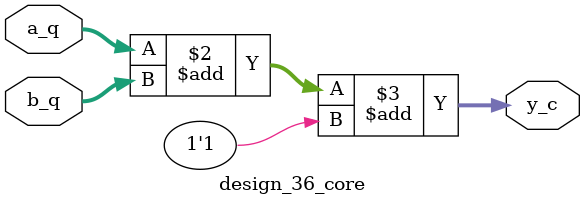
<source format=v>
module design_36_core #(
  parameter W = 10
)(
  input      [W-1:0] a_q,
  input      [W-1:0] b_q,
  output reg [W-1:0] y_c
);
  always @* begin
    y_c = a_q + b_q + 1'b1;
  end
endmodule

</source>
